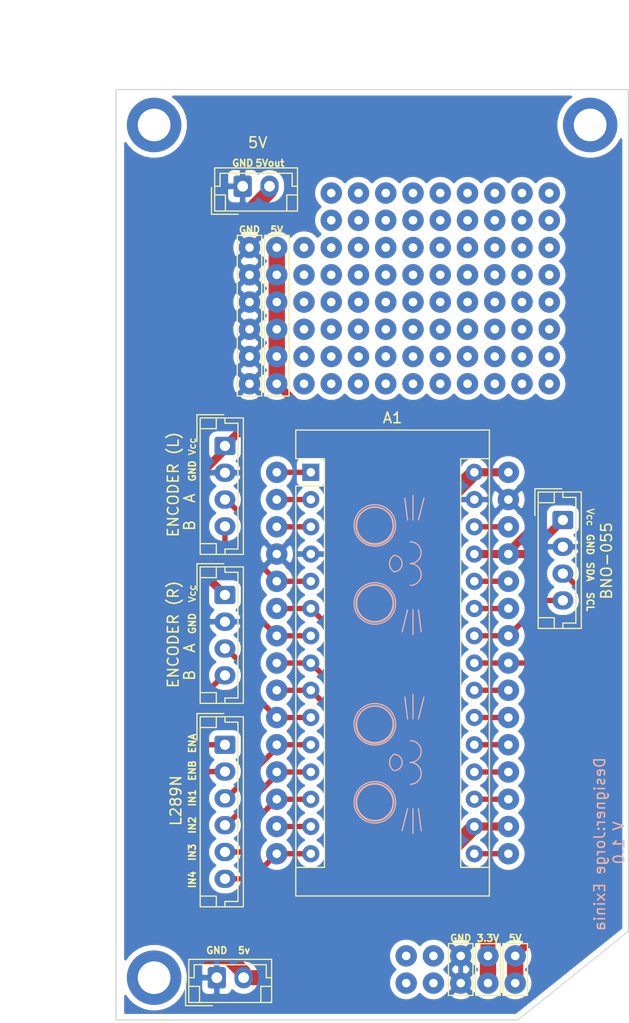
<source format=kicad_pcb>
(kicad_pcb (version 20171130) (host pcbnew "(5.1.4)-1")
  (layers (0 F.Cu signal) (31 B.Cu signal hide) (34 B.Paste user hide) (35 F.Paste user hide) (36 B.SilkS user) (37 F.SilkS user hide) (38 B.Mask user) (39 F.Mask user) (44 Edge.Cuts user))
  (net 0 "")
  (net 1 "Net-(A1-Pad16)")
  (net 2 "Net-(A1-Pad15)")
  (net 3 "Net-(A1-Pad30)")
  (net 4 "Net-(A1-Pad14)")
  (net 5 "Net-(A1-Pad13)")
  (net 6 "Net-(A1-Pad28)")
  (net 7 "Net-(A1-Pad12)")
  (net 8 "Net-(A1-Pad27)")
  (net 9 "Net-(A1-Pad11)")
  (net 10 "Net-(A1-Pad26)")
  (net 11 "Net-(A1-Pad10)")
  (net 12 "Net-(A1-Pad25)")
  (net 13 "Net-(A1-Pad9)")
  (net 14 "Net-(A1-Pad24)")
  (net 15 "Net-(A1-Pad8)")
  (net 16 "Net-(A1-Pad23)")
  (net 17 "Net-(A1-Pad7)")
  (net 18 "Net-(A1-Pad22)")
  (net 19 "Net-(A1-Pad6)")
  (net 20 "Net-(A1-Pad21)")
  (net 21 "Net-(A1-Pad5)")
  (net 22 "Net-(A1-Pad20)")
  (net 23 GND)
  (net 24 "Net-(A1-Pad19)")
  (net 25 "Net-(A1-Pad3)")
  (net 26 "Net-(A1-Pad18)")
  (net 27 "Net-(A1-Pad2)")
  (net 28 "Net-(A1-Pad17)")
  (net 29 "Net-(A1-Pad1)")
  (module Connector_Wire:SolderWirePad_1x01_Drill0.8mm (layer F.Cu) (at 140.97 86.995 90)
    (fp_text reference PAD hide)
    (fp_text value PAD hide)
    (pad 1 thru_hole circle (at 0 0 90) (size 1.99898 1.99898) (drill 0.8001) (layers *.Cu *.Mask) (net 17 "Net-(A1-Pad7)"))
  )
  (module Connector_JST:JST_EH_B4B-EH-A_1x04_P2.50mm_Vertical (layer F.Cu) (at 136.144 83.185 270)
    (fp_text reference "ENCODER (R)" (at 3.683 4.826 90) (layer F.SilkS))
    (fp_text value Conn_01x04_Male)
    (pad 4 thru_hole oval (at 7.5 0 270) (size 1.7 1.95) (drill 0.95) (layers *.Cu *.Mask) (net 19 "Net-(A1-Pad6)"))
    (pad 3 thru_hole oval (at 5 0 270) (size 1.7 1.95) (drill 0.95) (layers *.Cu *.Mask) (net 11 "Net-(A1-Pad10)"))
    (pad 2 thru_hole oval (at 2.5 0 270) (size 1.7 1.95) (drill 0.95) (layers *.Cu *.Mask) (net 23 GND))
    (pad 1 thru_hole roundrect (at 0 0 270) (size 1.7 1.95) (drill 0.95) (layers *.Cu *.Mask) (roundrect_rratio 0.147059) (net 8 "Net-(A1-Pad27)"))
  )
  (module Module:Arduino_Nano (layer F.Cu) (at 144.145 71.755)
    (fp_text reference A1 (at 7.62 -5.08) (layer F.SilkS))
    (fp_text value Arduino_Nano_v3.x)
    (pad 16 thru_hole oval (at 15.24 35.56) (size 1.6 1.6) (drill 0.8) (layers *.Cu *.Mask) (net 1 "Net-(A1-Pad16)"))
    (pad 15 thru_hole oval (at 0 35.56) (size 1.6 1.6) (drill 0.8) (layers *.Cu *.Mask) (net 2 "Net-(A1-Pad15)"))
    (pad 30 thru_hole oval (at 15.24 0) (size 1.6 1.6) (drill 0.8) (layers *.Cu *.Mask) (net 3 "Net-(A1-Pad30)"))
    (pad 14 thru_hole oval (at 0 33.02) (size 1.6 1.6) (drill 0.8) (layers *.Cu *.Mask) (net 4 "Net-(A1-Pad14)"))
    (pad 29 thru_hole oval (at 15.24 2.54) (size 1.6 1.6) (drill 0.8) (layers *.Cu *.Mask) (net 23 GND))
    (pad 13 thru_hole oval (at 0 30.48) (size 1.6 1.6) (drill 0.8) (layers *.Cu *.Mask) (net 5 "Net-(A1-Pad13)"))
    (pad 28 thru_hole oval (at 15.24 5.08) (size 1.6 1.6) (drill 0.8) (layers *.Cu *.Mask) (net 6 "Net-(A1-Pad28)"))
    (pad 12 thru_hole oval (at 0 27.94) (size 1.6 1.6) (drill 0.8) (layers *.Cu *.Mask) (net 7 "Net-(A1-Pad12)"))
    (pad 27 thru_hole oval (at 15.24 7.62) (size 1.6 1.6) (drill 0.8) (layers *.Cu *.Mask) (net 8 "Net-(A1-Pad27)"))
    (pad 11 thru_hole oval (at 0 25.4) (size 1.6 1.6) (drill 0.8) (layers *.Cu *.Mask) (net 9 "Net-(A1-Pad11)"))
    (pad 26 thru_hole oval (at 15.24 10.16) (size 1.6 1.6) (drill 0.8) (layers *.Cu *.Mask) (net 10 "Net-(A1-Pad26)"))
    (pad 10 thru_hole oval (at 0 22.86) (size 1.6 1.6) (drill 0.8) (layers *.Cu *.Mask) (net 11 "Net-(A1-Pad10)"))
    (pad 25 thru_hole oval (at 15.24 12.7) (size 1.6 1.6) (drill 0.8) (layers *.Cu *.Mask) (net 12 "Net-(A1-Pad25)"))
    (pad 9 thru_hole oval (at 0 20.32) (size 1.6 1.6) (drill 0.8) (layers *.Cu *.Mask) (net 13 "Net-(A1-Pad9)"))
    (pad 24 thru_hole oval (at 15.24 15.24) (size 1.6 1.6) (drill 0.8) (layers *.Cu *.Mask) (net 14 "Net-(A1-Pad24)"))
    (pad 8 thru_hole oval (at 0 17.78) (size 1.6 1.6) (drill 0.8) (layers *.Cu *.Mask) (net 15 "Net-(A1-Pad8)"))
    (pad 23 thru_hole oval (at 15.24 17.78) (size 1.6 1.6) (drill 0.8) (layers *.Cu *.Mask) (net 16 "Net-(A1-Pad23)"))
    (pad 7 thru_hole oval (at 0 15.24) (size 1.6 1.6) (drill 0.8) (layers *.Cu *.Mask) (net 17 "Net-(A1-Pad7)"))
    (pad 22 thru_hole oval (at 15.24 20.32) (size 1.6 1.6) (drill 0.8) (layers *.Cu *.Mask) (net 18 "Net-(A1-Pad22)"))
    (pad 6 thru_hole oval (at 0 12.7) (size 1.6 1.6) (drill 0.8) (layers *.Cu *.Mask) (net 19 "Net-(A1-Pad6)"))
    (pad 21 thru_hole oval (at 15.24 22.86) (size 1.6 1.6) (drill 0.8) (layers *.Cu *.Mask) (net 20 "Net-(A1-Pad21)"))
    (pad 5 thru_hole oval (at 0 10.16) (size 1.6 1.6) (drill 0.8) (layers *.Cu *.Mask) (net 21 "Net-(A1-Pad5)"))
    (pad 20 thru_hole oval (at 15.24 25.4) (size 1.6 1.6) (drill 0.8) (layers *.Cu *.Mask) (net 22 "Net-(A1-Pad20)"))
    (pad 4 thru_hole oval (at 0 7.62) (size 1.6 1.6) (drill 0.8) (layers *.Cu *.Mask) (net 23 GND))
    (pad 19 thru_hole oval (at 15.24 27.94) (size 1.6 1.6) (drill 0.8) (layers *.Cu *.Mask) (net 24 "Net-(A1-Pad19)"))
    (pad 3 thru_hole oval (at 0 5.08) (size 1.6 1.6) (drill 0.8) (layers *.Cu *.Mask) (net 25 "Net-(A1-Pad3)"))
    (pad 18 thru_hole oval (at 15.24 30.48) (size 1.6 1.6) (drill 0.8) (layers *.Cu *.Mask) (net 26 "Net-(A1-Pad18)"))
    (pad 2 thru_hole oval (at 0 2.54) (size 1.6 1.6) (drill 0.8) (layers *.Cu *.Mask) (net 27 "Net-(A1-Pad2)"))
    (pad 17 thru_hole oval (at 15.24 33.02) (size 1.6 1.6) (drill 0.8) (layers *.Cu *.Mask) (net 28 "Net-(A1-Pad17)"))
    (pad 1 thru_hole rect (at 0 0) (size 1.6 1.6) (drill 0.8) (layers *.Cu *.Mask) (net 29 "Net-(A1-Pad1)"))
  )
  (module Connector_Wire:SolderWirePad_1x01_Drill0.8mm (layer F.Cu) (at 166.37 55.88 90)
    (fp_text reference PAD hide)
    (fp_text value PAD hide)
    (pad 1 thru_hole circle (at 0 0 90) (size 1.99898 1.99898) (drill 0.8001) (layers *.Cu *.Mask))
  )
  (module Connector_Wire:SolderWirePad_1x01_Drill0.8mm (layer F.Cu) (at 161.29 60.96 90)
    (fp_text reference PAD hide)
    (fp_text value PAD hide)
    (pad 1 thru_hole circle (at 0 0 90) (size 1.99898 1.99898) (drill 0.8001) (layers *.Cu *.Mask))
  )
  (module Connector_Wire:SolderWirePad_1x01_Drill0.8mm (layer F.Cu) (at 161.29 55.88 90)
    (fp_text reference PAD hide)
    (fp_text value PAD hide)
    (pad 1 thru_hole circle (at 0 0 90) (size 1.99898 1.99898) (drill 0.8001) (layers *.Cu *.Mask))
  )
  (module Connector_Wire:SolderWirePad_1x01_Drill0.8mm (layer F.Cu) (at 161.29 48.26 90)
    (fp_text reference PAD hide)
    (fp_text value PAD hide)
    (pad 1 thru_hole circle (at 0 0 90) (size 1.99898 1.99898) (drill 0.8001) (layers *.Cu *.Mask))
  )
  (module Connector_Wire:SolderWirePad_1x01_Drill0.8mm (layer F.Cu) (at 158.75 45.72 90)
    (fp_text reference PAD hide)
    (fp_text value PAD hide)
    (pad 1 thru_hole circle (at 0 0 90) (size 1.99898 1.99898) (drill 0.8001) (layers *.Cu *.Mask))
  )
  (module Connector_Wire:SolderWirePad_1x01_Drill0.8mm (layer F.Cu) (at 156.21 45.72 90)
    (fp_text reference PAD hide)
    (fp_text value PAD hide)
    (pad 1 thru_hole circle (at 0 0 90) (size 1.99898 1.99898) (drill 0.8001) (layers *.Cu *.Mask))
  )
  (module Connector_Wire:SolderWirePad_1x01_Drill0.8mm (layer F.Cu) (at 153.67 45.72 90)
    (fp_text reference PAD hide)
    (fp_text value PAD hide)
    (pad 1 thru_hole circle (at 0 0 90) (size 1.99898 1.99898) (drill 0.8001) (layers *.Cu *.Mask))
  )
  (module Connector_Wire:SolderWirePad_1x01_Drill0.8mm (layer F.Cu) (at 151.13 45.72 90)
    (fp_text reference PAD hide)
    (fp_text value PAD hide)
    (pad 1 thru_hole circle (at 0 0 90) (size 1.99898 1.99898) (drill 0.8001) (layers *.Cu *.Mask))
  )
  (module Connector_Wire:SolderWirePad_1x01_Drill0.8mm (layer F.Cu) (at 163.83 53.34 90)
    (fp_text reference PAD hide)
    (fp_text value PAD hide)
    (pad 1 thru_hole circle (at 0 0 90) (size 1.99898 1.99898) (drill 0.8001) (layers *.Cu *.Mask))
  )
  (module Connector_Wire:SolderWirePad_1x01_Drill0.8mm (layer F.Cu) (at 166.37 48.26 90)
    (fp_text reference PAD hide)
    (fp_text value PAD hide)
    (pad 1 thru_hole circle (at 0 0 90) (size 1.99898 1.99898) (drill 0.8001) (layers *.Cu *.Mask))
  )
  (module Connector_Wire:SolderWirePad_1x01_Drill0.8mm (layer F.Cu) (at 166.37 53.34 90)
    (fp_text reference PAD hide)
    (fp_text value PAD hide)
    (pad 1 thru_hole circle (at 0 0 90) (size 1.99898 1.99898) (drill 0.8001) (layers *.Cu *.Mask))
  )
  (module Connector_Wire:SolderWirePad_1x01_Drill0.8mm (layer F.Cu) (at 163.83 63.5 90)
    (fp_text reference PAD hide)
    (fp_text value PAD hide)
    (pad 1 thru_hole circle (at 0 0 90) (size 1.99898 1.99898) (drill 0.8001) (layers *.Cu *.Mask))
  )
  (module Connector_Wire:SolderWirePad_1x01_Drill0.8mm (layer F.Cu) (at 163.83 60.96 90)
    (fp_text reference PAD hide)
    (fp_text value PAD hide)
    (pad 1 thru_hole circle (at 0 0 90) (size 1.99898 1.99898) (drill 0.8001) (layers *.Cu *.Mask))
  )
  (module Connector_Wire:SolderWirePad_1x01_Drill0.8mm (layer F.Cu) (at 163.83 55.88 90)
    (fp_text reference PAD hide)
    (fp_text value PAD hide)
    (pad 1 thru_hole circle (at 0 0 90) (size 1.99898 1.99898) (drill 0.8001) (layers *.Cu *.Mask))
  )
  (module Connector_Wire:SolderWirePad_1x01_Drill0.8mm (layer F.Cu) (at 163.83 50.8 90)
    (fp_text reference PAD hide)
    (fp_text value PAD hide)
    (pad 1 thru_hole circle (at 0 0 90) (size 1.99898 1.99898) (drill 0.8001) (layers *.Cu *.Mask))
  )
  (module Connector_Wire:SolderWirePad_1x01_Drill0.8mm (layer F.Cu) (at 163.83 45.72 90)
    (fp_text reference PAD hide)
    (fp_text value PAD hide)
    (pad 1 thru_hole circle (at 0 0 90) (size 1.99898 1.99898) (drill 0.8001) (layers *.Cu *.Mask))
  )
  (module Connector_Wire:SolderWirePad_1x01_Drill0.8mm (layer F.Cu) (at 166.37 60.96 90)
    (fp_text reference PAD hide)
    (fp_text value PAD hide)
    (pad 1 thru_hole circle (at 0 0 90) (size 1.99898 1.99898) (drill 0.8001) (layers *.Cu *.Mask))
  )
  (module Connector_Wire:SolderWirePad_1x01_Drill0.8mm (layer F.Cu) (at 166.37 58.42 90)
    (fp_text reference PAD hide)
    (fp_text value PAD hide)
    (pad 1 thru_hole circle (at 0 0 90) (size 1.99898 1.99898) (drill 0.8001) (layers *.Cu *.Mask))
  )
  (module Connector_Wire:SolderWirePad_1x01_Drill0.8mm (layer F.Cu) (at 166.37 50.8 90)
    (fp_text reference PAD hide)
    (fp_text value PAD hide)
    (pad 1 thru_hole circle (at 0 0 90) (size 1.99898 1.99898) (drill 0.8001) (layers *.Cu *.Mask))
  )
  (module Connector_Wire:SolderWirePad_1x01_Drill0.8mm (layer F.Cu) (at 166.37 63.5 90)
    (fp_text reference PAD hide)
    (fp_text value PAD hide)
    (pad 1 thru_hole circle (at 0 0 90) (size 1.99898 1.99898) (drill 0.8001) (layers *.Cu *.Mask))
  )
  (module Connector_Wire:SolderWirePad_1x01_Drill0.8mm (layer F.Cu) (at 166.37 45.72 90)
    (fp_text reference PAD hide)
    (fp_text value PAD hide)
    (pad 1 thru_hole circle (at 0 0 90) (size 1.99898 1.99898) (drill 0.8001) (layers *.Cu *.Mask))
  )
  (module Connector_Wire:SolderWirePad_1x01_Drill0.8mm (layer F.Cu) (at 163.83 58.42 90)
    (fp_text reference PAD hide)
    (fp_text value PAD hide)
    (pad 1 thru_hole circle (at 0 0 90) (size 1.99898 1.99898) (drill 0.8001) (layers *.Cu *.Mask))
  )
  (module Connector_Wire:SolderWirePad_1x01_Drill0.8mm (layer F.Cu) (at 163.83 48.26 90)
    (fp_text reference PAD hide)
    (fp_text value PAD hide)
    (pad 1 thru_hole circle (at 0 0 90) (size 1.99898 1.99898) (drill 0.8001) (layers *.Cu *.Mask))
  )
  (module Connector_Wire:SolderWirePad_1x01_Drill0.8mm (layer F.Cu) (at 161.29 63.5 90)
    (fp_text reference PAD hide)
    (fp_text value PAD hide)
    (pad 1 thru_hole circle (at 0 0 90) (size 1.99898 1.99898) (drill 0.8001) (layers *.Cu *.Mask))
  )
  (module Connector_Wire:SolderWirePad_1x01_Drill0.8mm (layer F.Cu) (at 161.29 58.42 90)
    (fp_text reference PAD hide)
    (fp_text value PAD hide)
    (pad 1 thru_hole circle (at 0 0 90) (size 1.99898 1.99898) (drill 0.8001) (layers *.Cu *.Mask))
  )
  (module Connector_Wire:SolderWirePad_1x01_Drill0.8mm (layer F.Cu) (at 161.29 53.34 90)
    (fp_text reference PAD hide)
    (fp_text value PAD hide)
    (pad 1 thru_hole circle (at 0 0 90) (size 1.99898 1.99898) (drill 0.8001) (layers *.Cu *.Mask))
  )
  (module Connector_Wire:SolderWirePad_1x01_Drill0.8mm (layer F.Cu) (at 161.29 50.8 90)
    (fp_text reference PAD hide)
    (fp_text value PAD hide)
    (pad 1 thru_hole circle (at 0 0 90) (size 1.99898 1.99898) (drill 0.8001) (layers *.Cu *.Mask))
  )
  (module Connector_Wire:SolderWirePad_1x01_Drill0.8mm (layer F.Cu) (at 161.29 45.72 90)
    (fp_text reference PAD hide)
    (fp_text value PAD hide)
    (pad 1 thru_hole circle (at 0 0 90) (size 1.99898 1.99898) (drill 0.8001) (layers *.Cu *.Mask))
  )
  (module Connector_Wire:SolderWirePad_1x01_Drill0.8mm (layer F.Cu) (at 158.75 48.26 90)
    (fp_text reference PAD hide)
    (fp_text value PAD hide)
    (pad 1 thru_hole circle (at 0 0 90) (size 1.99898 1.99898) (drill 0.8001) (layers *.Cu *.Mask))
  )
  (module Connector_Wire:SolderWirePad_1x01_Drill0.8mm (layer F.Cu) (at 156.21 48.26 90)
    (fp_text reference PAD hide)
    (fp_text value PAD hide)
    (pad 1 thru_hole circle (at 0 0 90) (size 1.99898 1.99898) (drill 0.8001) (layers *.Cu *.Mask))
  )
  (module Connector_Wire:SolderWirePad_1x01_Drill0.8mm (layer F.Cu) (at 153.67 48.26 90)
    (fp_text reference PAD hide)
    (fp_text value PAD hide)
    (pad 1 thru_hole circle (at 0 0 90) (size 1.99898 1.99898) (drill 0.8001) (layers *.Cu *.Mask))
  )
  (module Connector_Wire:SolderWirePad_1x01_Drill0.8mm (layer F.Cu) (at 151.13 48.26 90)
    (fp_text reference PAD hide)
    (fp_text value PAD hide)
    (pad 1 thru_hole circle (at 0 0 90) (size 1.99898 1.99898) (drill 0.8001) (layers *.Cu *.Mask))
  )
  (module Connector_Wire:SolderWirePad_1x01_Drill0.8mm (layer F.Cu) (at 148.59 45.72 90)
    (fp_text reference PAD hide)
    (fp_text value PAD hide)
    (pad 1 thru_hole circle (at 0 0 90) (size 1.99898 1.99898) (drill 0.8001) (layers *.Cu *.Mask))
  )
  (module Connector_Wire:SolderWirePad_1x01_Drill0.8mm (layer F.Cu) (at 146.05 48.26 90)
    (fp_text reference PAD hide)
    (fp_text value PAD hide)
    (pad 1 thru_hole circle (at 0 0 90) (size 1.99898 1.99898) (drill 0.8001) (layers *.Cu *.Mask))
  )
  (module Connector_Wire:SolderWirePad_1x01_Drill0.8mm (layer F.Cu) (at 146.05 45.72 90)
    (fp_text reference PAD hide)
    (fp_text value PAD hide)
    (pad 1 thru_hole circle (at 0 0 90) (size 1.99898 1.99898) (drill 0.8001) (layers *.Cu *.Mask))
  )
  (module Connector_Wire:SolderWirePad_1x01_Drill0.8mm (layer F.Cu) (at 158.75 63.5 90)
    (fp_text reference PAD hide)
    (fp_text value PAD hide)
    (pad 1 thru_hole circle (at 0 0 90) (size 1.99898 1.99898) (drill 0.8001) (layers *.Cu *.Mask))
  )
  (module Connector_Wire:SolderWirePad_1x01_Drill0.8mm (layer F.Cu) (at 158.75 53.34 90)
    (fp_text reference PAD hide)
    (fp_text value PAD hide)
    (pad 1 thru_hole circle (at 0 0 90) (size 1.99898 1.99898) (drill 0.8001) (layers *.Cu *.Mask))
  )
  (module Connector_Wire:SolderWirePad_1x01_Drill0.8mm (layer F.Cu) (at 158.75 50.8 90)
    (fp_text reference PAD hide)
    (fp_text value PAD hide)
    (pad 1 thru_hole circle (at 0 0 90) (size 1.99898 1.99898) (drill 0.8001) (layers *.Cu *.Mask))
  )
  (module Connector_Wire:SolderWirePad_1x01_Drill0.8mm (layer F.Cu) (at 156.21 63.5 90)
    (fp_text reference PAD hide)
    (fp_text value PAD hide)
    (pad 1 thru_hole circle (at 0 0 90) (size 1.99898 1.99898) (drill 0.8001) (layers *.Cu *.Mask))
  )
  (module Connector_Wire:SolderWirePad_1x01_Drill0.8mm (layer F.Cu) (at 148.59 48.26 90)
    (fp_text reference PAD hide)
    (fp_text value PAD hide)
    (pad 1 thru_hole circle (at 0 0 90) (size 1.99898 1.99898) (drill 0.8001) (layers *.Cu *.Mask))
  )
  (module Connector_Wire:SolderWirePad_1x01_Drill0.8mm (layer F.Cu) (at 156.21 60.96 90)
    (fp_text reference PAD hide)
    (fp_text value PAD hide)
    (pad 1 thru_hole circle (at 0 0 90) (size 1.99898 1.99898) (drill 0.8001) (layers *.Cu *.Mask))
  )
  (module Connector_Wire:SolderWirePad_1x01_Drill0.8mm (layer F.Cu) (at 156.21 58.42 90)
    (fp_text reference PAD hide)
    (fp_text value PAD hide)
    (pad 1 thru_hole circle (at 0 0 90) (size 1.99898 1.99898) (drill 0.8001) (layers *.Cu *.Mask))
  )
  (module Connector_Wire:SolderWirePad_1x01_Drill0.8mm (layer F.Cu) (at 156.21 55.88 90)
    (fp_text reference PAD hide)
    (fp_text value PAD hide)
    (pad 1 thru_hole circle (at 0 0 90) (size 1.99898 1.99898) (drill 0.8001) (layers *.Cu *.Mask))
  )
  (module Connector_Wire:SolderWirePad_1x01_Drill0.8mm (layer F.Cu) (at 156.21 53.34 90)
    (fp_text reference PAD hide)
    (fp_text value PAD hide)
    (pad 1 thru_hole circle (at 0 0 90) (size 1.99898 1.99898) (drill 0.8001) (layers *.Cu *.Mask))
  )
  (module Connector_Wire:SolderWirePad_1x01_Drill0.8mm (layer F.Cu) (at 158.75 55.88 90)
    (fp_text reference PAD hide)
    (fp_text value PAD hide)
    (pad 1 thru_hole circle (at 0 0 90) (size 1.99898 1.99898) (drill 0.8001) (layers *.Cu *.Mask))
  )
  (module Connector_Wire:SolderWirePad_1x01_Drill0.8mm (layer F.Cu) (at 158.75 58.42 90)
    (fp_text reference PAD hide)
    (fp_text value PAD hide)
    (pad 1 thru_hole circle (at 0 0 90) (size 1.99898 1.99898) (drill 0.8001) (layers *.Cu *.Mask))
  )
  (module Connector_Wire:SolderWirePad_1x01_Drill0.8mm (layer F.Cu) (at 156.21 50.8 90)
    (fp_text reference PAD hide)
    (fp_text value PAD hide)
    (pad 1 thru_hole circle (at 0 0 90) (size 1.99898 1.99898) (drill 0.8001) (layers *.Cu *.Mask))
  )
  (module Connector_Wire:SolderWirePad_1x01_Drill0.8mm (layer F.Cu) (at 158.75 60.96 90)
    (fp_text reference PAD hide)
    (fp_text value PAD hide)
    (pad 1 thru_hole circle (at 0 0 90) (size 1.99898 1.99898) (drill 0.8001) (layers *.Cu *.Mask))
  )
  (module Connector_Wire:SolderWirePad_1x01_Drill0.8mm (layer F.Cu) (at 148.59 50.8 90)
    (fp_text reference PAD hide)
    (fp_text value PAD hide)
    (pad 1 thru_hole circle (at 0 0 90) (size 1.99898 1.99898) (drill 0.8001) (layers *.Cu *.Mask))
  )
  (module Connector_Wire:SolderWirePad_1x01_Drill0.8mm (layer F.Cu) (at 153.67 60.96 90)
    (fp_text reference PAD hide)
    (fp_text value PAD hide)
    (pad 1 thru_hole circle (at 0 0 90) (size 1.99898 1.99898) (drill 0.8001) (layers *.Cu *.Mask))
  )
  (module Connector_Wire:SolderWirePad_1x01_Drill0.8mm (layer F.Cu) (at 146.05 63.5 90)
    (fp_text reference PAD hide)
    (fp_text value PAD hide)
    (pad 1 thru_hole circle (at 0 0 90) (size 1.99898 1.99898) (drill 0.8001) (layers *.Cu *.Mask))
  )
  (module Connector_Wire:SolderWirePad_1x01_Drill0.8mm (layer F.Cu) (at 146.05 60.96 90)
    (fp_text reference PAD hide)
    (fp_text value PAD hide)
    (pad 1 thru_hole circle (at 0 0 90) (size 1.99898 1.99898) (drill 0.8001) (layers *.Cu *.Mask))
  )
  (module Connector_Wire:SolderWirePad_1x01_Drill0.8mm (layer F.Cu) (at 146.05 53.34 90)
    (fp_text reference PAD hide)
    (fp_text value PAD hide)
    (pad 1 thru_hole circle (at 0 0 90) (size 1.99898 1.99898) (drill 0.8001) (layers *.Cu *.Mask))
  )
  (module Connector_Wire:SolderWirePad_1x01_Drill0.8mm (layer F.Cu) (at 146.05 55.88 90)
    (fp_text reference PAD hide)
    (fp_text value PAD hide)
    (pad 1 thru_hole circle (at 0 0 90) (size 1.99898 1.99898) (drill 0.8001) (layers *.Cu *.Mask))
  )
  (module Connector_Wire:SolderWirePad_1x01_Drill0.8mm (layer F.Cu) (at 151.13 50.8 90)
    (fp_text reference PAD hide)
    (fp_text value PAD hide)
    (pad 1 thru_hole circle (at 0 0 90) (size 1.99898 1.99898) (drill 0.8001) (layers *.Cu *.Mask))
  )
  (module Connector_Wire:SolderWirePad_1x01_Drill0.8mm (layer F.Cu) (at 146.05 50.8 90)
    (fp_text reference PAD hide)
    (fp_text value PAD hide)
    (pad 1 thru_hole circle (at 0 0 90) (size 1.99898 1.99898) (drill 0.8001) (layers *.Cu *.Mask))
  )
  (module Connector_Wire:SolderWirePad_1x01_Drill0.8mm (layer F.Cu) (at 143.51 60.96 90)
    (fp_text reference PAD hide)
    (fp_text value PAD hide)
    (pad 1 thru_hole circle (at 0 0 90) (size 1.99898 1.99898) (drill 0.8001) (layers *.Cu *.Mask))
  )
  (module Connector_Wire:SolderWirePad_1x01_Drill0.8mm (layer F.Cu) (at 143.51 50.8 90)
    (fp_text reference PAD hide)
    (fp_text value PAD hide)
    (pad 1 thru_hole circle (at 0 0 90) (size 1.99898 1.99898) (drill 0.8001) (layers *.Cu *.Mask))
  )
  (module Connector_Wire:SolderWirePad_1x01_Drill0.8mm (layer F.Cu) (at 153.67 63.5 90)
    (fp_text reference PAD hide)
    (fp_text value PAD hide)
    (pad 1 thru_hole circle (at 0 0 90) (size 1.99898 1.99898) (drill 0.8001) (layers *.Cu *.Mask))
  )
  (module Connector_Wire:SolderWirePad_1x01_Drill0.8mm (layer F.Cu) (at 153.67 50.8 90)
    (fp_text reference PAD hide)
    (fp_text value PAD hide)
    (pad 1 thru_hole circle (at 0 0 90) (size 1.99898 1.99898) (drill 0.8001) (layers *.Cu *.Mask))
  )
  (module Connector_Wire:SolderWirePad_1x01_Drill0.8mm (layer F.Cu) (at 151.13 60.96 90)
    (fp_text reference PAD hide)
    (fp_text value PAD hide)
    (pad 1 thru_hole circle (at 0 0 90) (size 1.99898 1.99898) (drill 0.8001) (layers *.Cu *.Mask))
  )
  (module Connector_Wire:SolderWirePad_1x01_Drill0.8mm (layer F.Cu) (at 153.67 58.42 90)
    (fp_text reference PAD hide)
    (fp_text value PAD hide)
    (pad 1 thru_hole circle (at 0 0 90) (size 1.99898 1.99898) (drill 0.8001) (layers *.Cu *.Mask))
  )
  (module Connector_Wire:SolderWirePad_1x01_Drill0.8mm (layer F.Cu) (at 153.67 55.88 90)
    (fp_text reference PAD hide)
    (fp_text value PAD hide)
    (pad 1 thru_hole circle (at 0 0 90) (size 1.99898 1.99898) (drill 0.8001) (layers *.Cu *.Mask))
  )
  (module Connector_Wire:SolderWirePad_1x01_Drill0.8mm (layer F.Cu) (at 153.67 53.34 90)
    (fp_text reference PAD hide)
    (fp_text value PAD hide)
    (pad 1 thru_hole circle (at 0 0 90) (size 1.99898 1.99898) (drill 0.8001) (layers *.Cu *.Mask))
  )
  (module Connector_Wire:SolderWirePad_1x01_Drill0.8mm (layer F.Cu) (at 151.13 63.5 90)
    (fp_text reference PAD hide)
    (fp_text value PAD hide)
    (pad 1 thru_hole circle (at 0 0 90) (size 1.99898 1.99898) (drill 0.8001) (layers *.Cu *.Mask))
  )
  (module Connector_Wire:SolderWirePad_1x01_Drill0.8mm (layer F.Cu) (at 151.13 55.88 90)
    (fp_text reference PAD hide)
    (fp_text value PAD hide)
    (pad 1 thru_hole circle (at 0 0 90) (size 1.99898 1.99898) (drill 0.8001) (layers *.Cu *.Mask))
  )
  (module Connector_Wire:SolderWirePad_1x01_Drill0.8mm (layer F.Cu) (at 151.13 53.34 90)
    (fp_text reference PAD hide)
    (fp_text value PAD hide)
    (pad 1 thru_hole circle (at 0 0 90) (size 1.99898 1.99898) (drill 0.8001) (layers *.Cu *.Mask))
  )
  (module Connector_Wire:SolderWirePad_1x01_Drill0.8mm (layer F.Cu) (at 148.59 58.42 90)
    (fp_text reference PAD hide)
    (fp_text value PAD hide)
    (pad 1 thru_hole circle (at 0 0 90) (size 1.99898 1.99898) (drill 0.8001) (layers *.Cu *.Mask))
  )
  (module Connector_Wire:SolderWirePad_1x01_Drill0.8mm (layer F.Cu) (at 148.59 55.88 90)
    (fp_text reference PAD hide)
    (fp_text value PAD hide)
    (pad 1 thru_hole circle (at 0 0 90) (size 1.99898 1.99898) (drill 0.8001) (layers *.Cu *.Mask))
  )
  (module Connector_Wire:SolderWirePad_1x01_Drill0.8mm (layer F.Cu) (at 148.59 53.34 90)
    (fp_text reference PAD hide)
    (fp_text value PAD hide)
    (pad 1 thru_hole circle (at 0 0 90) (size 1.99898 1.99898) (drill 0.8001) (layers *.Cu *.Mask))
  )
  (module Connector_Wire:SolderWirePad_1x01_Drill0.8mm (layer F.Cu) (at 148.59 60.96 90)
    (fp_text reference PAD hide)
    (fp_text value PAD hide)
    (pad 1 thru_hole circle (at 0 0 90) (size 1.99898 1.99898) (drill 0.8001) (layers *.Cu *.Mask))
  )
  (module Connector_Wire:SolderWirePad_1x01_Drill0.8mm (layer F.Cu) (at 143.51 63.5 90)
    (fp_text reference PAD hide)
    (fp_text value PAD hide)
    (pad 1 thru_hole circle (at 0 0 90) (size 1.99898 1.99898) (drill 0.8001) (layers *.Cu *.Mask))
  )
  (module Connector_Wire:SolderWirePad_1x01_Drill0.8mm (layer F.Cu) (at 146.05 58.42 90)
    (fp_text reference PAD hide)
    (fp_text value PAD hide)
    (pad 1 thru_hole circle (at 0 0 90) (size 1.99898 1.99898) (drill 0.8001) (layers *.Cu *.Mask))
  )
  (module Connector_Wire:SolderWirePad_1x01_Drill0.8mm (layer F.Cu) (at 143.51 58.42 90)
    (fp_text reference PAD hide)
    (fp_text value PAD hide)
    (pad 1 thru_hole circle (at 0 0 90) (size 1.99898 1.99898) (drill 0.8001) (layers *.Cu *.Mask))
  )
  (module Connector_Wire:SolderWirePad_1x01_Drill0.8mm (layer F.Cu) (at 151.13 58.42 90)
    (fp_text reference PAD hide)
    (fp_text value PAD hide)
    (pad 1 thru_hole circle (at 0 0 90) (size 1.99898 1.99898) (drill 0.8001) (layers *.Cu *.Mask))
  )
  (module Connector_Wire:SolderWirePad_1x01_Drill0.8mm (layer F.Cu) (at 148.59 63.5 90)
    (fp_text reference PAD hide)
    (fp_text value PAD hide)
    (pad 1 thru_hole circle (at 0 0 90) (size 1.99898 1.99898) (drill 0.8001) (layers *.Cu *.Mask))
  )
  (module Connector_Wire:SolderWirePad_1x01_Drill0.8mm (layer F.Cu) (at 143.51 55.88 90)
    (fp_text reference PAD hide)
    (fp_text value PAD hide)
    (pad 1 thru_hole circle (at 0 0 90) (size 1.99898 1.99898) (drill 0.8001) (layers *.Cu *.Mask))
  )
  (module Connector_Wire:SolderWirePad_1x01_Drill0.8mm (layer F.Cu) (at 143.51 53.34 90)
    (fp_text reference PAD hide)
    (fp_text value PAD hide)
    (pad 1 thru_hole circle (at 0 0 90) (size 1.99898 1.99898) (drill 0.8001) (layers *.Cu *.Mask))
  )
  (module Connector_Wire:SolderWirePad_1x01_Drill0.8mm (layer F.Cu) (at 140.97 50.8 90)
    (fp_text reference PAD hide)
    (fp_text value PAD hide)
    (pad 1 thru_hole circle (at 0 0 90) (size 1.99898 1.99898) (drill 0.8001) (layers *.Cu *.Mask) (net 8 "Net-(A1-Pad27)"))
  )
  (module Connector_Wire:SolderWirePad_1x01_Drill0.8mm (layer F.Cu) (at 140.97 53.34 90)
    (fp_text reference PAD hide)
    (fp_text value PAD hide)
    (pad 1 thru_hole circle (at 0 0 90) (size 1.99898 1.99898) (drill 0.8001) (layers *.Cu *.Mask) (net 8 "Net-(A1-Pad27)"))
  )
  (module Connector_Wire:SolderWirePad_1x01_Drill0.8mm (layer F.Cu) (at 138.43 63.5 90)
    (fp_text reference PAD hide)
    (fp_text value PAD hide)
    (pad 1 thru_hole circle (at 0 0 90) (size 1.99898 1.99898) (drill 0.8001) (layers *.Cu *.Mask) (net 23 GND))
  )
  (module Connector_Wire:SolderWirePad_1x01_Drill0.8mm (layer F.Cu) (at 138.43 60.96 90)
    (fp_text reference PAD hide)
    (fp_text value PAD hide)
    (pad 1 thru_hole circle (at 0 0 90) (size 1.99898 1.99898) (drill 0.8001) (layers *.Cu *.Mask) (net 23 GND))
  )
  (module Connector_Wire:SolderWirePad_1x01_Drill0.8mm (layer F.Cu) (at 138.43 58.42 90)
    (fp_text reference PAD hide)
    (fp_text value PAD hide)
    (pad 1 thru_hole circle (at 0 0 90) (size 1.99898 1.99898) (drill 0.8001) (layers *.Cu *.Mask) (net 23 GND))
  )
  (module Connector_Wire:SolderWirePad_1x01_Drill0.8mm (layer F.Cu) (at 140.97 60.96 90)
    (fp_text reference PAD hide)
    (fp_text value PAD hide)
    (pad 1 thru_hole circle (at 0 0 90) (size 1.99898 1.99898) (drill 0.8001) (layers *.Cu *.Mask) (net 8 "Net-(A1-Pad27)"))
  )
  (module Connector_Wire:SolderWirePad_1x01_Drill0.8mm (layer F.Cu) (at 140.97 58.42 90)
    (fp_text reference PAD hide)
    (fp_text value PAD hide)
    (pad 1 thru_hole circle (at 0 0 90) (size 1.99898 1.99898) (drill 0.8001) (layers *.Cu *.Mask) (net 8 "Net-(A1-Pad27)"))
  )
  (module Connector_Wire:SolderWirePad_1x01_Drill0.8mm (layer F.Cu) (at 140.97 55.88 90)
    (fp_text reference PAD hide)
    (fp_text value PAD hide)
    (pad 1 thru_hole circle (at 0 0 90) (size 1.99898 1.99898) (drill 0.8001) (layers *.Cu *.Mask) (net 8 "Net-(A1-Pad27)"))
  )
  (module Connector_Wire:SolderWirePad_1x01_Drill0.8mm (layer F.Cu) (at 140.97 63.5 90)
    (fp_text reference PAD hide)
    (fp_text value PAD hide)
    (pad 1 thru_hole circle (at 0 0 90) (size 1.99898 1.99898) (drill 0.8001) (layers *.Cu *.Mask) (net 8 "Net-(A1-Pad27)"))
  )
  (module Connector_Wire:SolderWirePad_1x01_Drill0.8mm (layer F.Cu) (at 138.43 50.8 90)
    (fp_text reference PAD hide)
    (fp_text value PAD hide)
    (pad 1 thru_hole circle (at 0 0 90) (size 1.99898 1.99898) (drill 0.8001) (layers *.Cu *.Mask) (net 23 GND))
  )
  (module Connector_Wire:SolderWirePad_1x01_Drill0.8mm (layer F.Cu) (at 138.43 53.34 90)
    (fp_text reference PAD hide)
    (fp_text value PAD hide)
    (pad 1 thru_hole circle (at 0 0 90) (size 1.99898 1.99898) (drill 0.8001) (layers *.Cu *.Mask) (net 23 GND))
  )
  (module Connector_Wire:SolderWirePad_1x01_Drill0.8mm (layer F.Cu) (at 138.43 55.88 90)
    (fp_text reference PAD hide)
    (fp_text value PAD hide)
    (pad 1 thru_hole circle (at 0 0 90) (size 1.99898 1.99898) (drill 0.8001) (layers *.Cu *.Mask) (net 23 GND))
  )
  (module Connector_JST:JST_EH_B6B-EH-A_1x06_P2.50mm_Vertical (layer F.Cu) (at 136.144 97.155 270)
    (fp_text reference L289N (at 5.207 4.572 90) (layer F.SilkS))
    (fp_text value Conn_01x06_Male)
    (pad 6 thru_hole oval (at 12.5 0 270) (size 1.7 1.95) (drill 0.95) (layers *.Cu *.Mask) (net 2 "Net-(A1-Pad15)"))
    (pad 5 thru_hole oval (at 10 0 270) (size 1.7 1.95) (drill 0.95) (layers *.Cu *.Mask) (net 5 "Net-(A1-Pad13)"))
    (pad 4 thru_hole oval (at 7.5 0 270) (size 1.7 1.95) (drill 0.95) (layers *.Cu *.Mask) (net 7 "Net-(A1-Pad12)"))
    (pad 3 thru_hole oval (at 5 0 270) (size 1.7 1.95) (drill 0.95) (layers *.Cu *.Mask) (net 9 "Net-(A1-Pad11)"))
    (pad 2 thru_hole oval (at 2.5 0 270) (size 1.7 1.95) (drill 0.95) (layers *.Cu *.Mask) (net 13 "Net-(A1-Pad9)"))
    (pad 1 thru_hole roundrect (at 0 0 270) (size 1.7 1.95) (drill 0.95) (layers *.Cu *.Mask) (roundrect_rratio 0.147059) (net 15 "Net-(A1-Pad8)"))
  )
  (module Connector_JST:JST_EH_B2B-EH-A_1x02_P2.50mm_Vertical (layer F.Cu) (at 135.382 118.872)
    (fp_text reference 5v (at 2.54 -2.54) (layer F.SilkS) (effects (font (size 0.635 0.635))))
    (fp_text value Conn_01x02_Male)
    (pad 2 thru_hole oval (at 2.5 0) (size 1.7 2) (drill 1) (layers *.Cu *.Mask) (net 3 "Net-(A1-Pad30)"))
    (pad 1 thru_hole roundrect (at 0 0) (size 1.7 2) (drill 1) (layers *.Cu *.Mask) (roundrect_rratio 0.147059) (net 23 GND))
  )
  (module Connector_Wire:SolderWirePad_1x01_Drill0.8mm (layer F.Cu) (at 162.56 89.535 90)
    (fp_text reference PAD hide)
    (fp_text value PAD hide)
    (pad 1 thru_hole circle (at 0 0 90) (size 1.99898 1.99898) (drill 0.8001) (layers *.Cu *.Mask) (net 16 "Net-(A1-Pad23)"))
  )
  (module Connector_JST:JST_EH_B4B-EH-A_1x04_P2.50mm_Vertical (layer F.Cu) (at 167.64 76.2 270)
    (fp_text reference BNO-055 (at 3.81 -4.064 270) (layer F.SilkS))
    (fp_text value Conn_01x04_Male)
    (pad 4 thru_hole oval (at 7.5 0 270) (size 1.7 1.95) (drill 0.95) (layers *.Cu *.Mask) (net 14 "Net-(A1-Pad24)"))
    (pad 3 thru_hole oval (at 5 0 270) (size 1.7 1.95) (drill 0.95) (layers *.Cu *.Mask) (net 16 "Net-(A1-Pad23)"))
    (pad 2 thru_hole oval (at 2.5 0 270) (size 1.7 1.95) (drill 0.95) (layers *.Cu *.Mask) (net 23 GND))
    (pad 1 thru_hole roundrect (at 0 0 270) (size 1.7 1.95) (drill 0.95) (layers *.Cu *.Mask) (roundrect_rratio 0.147059) (net 8 "Net-(A1-Pad27)"))
  )
  (module Connector_Wire:SolderWirePad_1x01_Drill0.8mm (layer F.Cu) (at 162.56 74.295 90)
    (fp_text reference PAD hide)
    (fp_text value PAD hide)
    (pad 1 thru_hole circle (at 0 0 90) (size 1.99898 1.99898) (drill 0.8001) (layers *.Cu *.Mask) (net 23 GND))
  )
  (module Connector_Wire:SolderWirePad_1x01_Drill0.8mm (layer F.Cu) (at 158.115 116.84 90)
    (fp_text reference PAD hide)
    (fp_text value PAD hide)
    (pad 1 thru_hole circle (at 0 0 90) (size 1.99898 1.99898) (drill 0.8001) (layers *.Cu *.Mask) (net 23 GND))
  )
  (module Connector_Wire:SolderWirePad_1x01_Drill0.8mm (layer F.Cu) (at 140.97 104.775 90)
    (fp_text reference PAD hide)
    (fp_text value PAD hide)
    (pad 1 thru_hole circle (at 0 0 90) (size 1.99898 1.99898) (drill 0.8001) (layers *.Cu *.Mask) (net 4 "Net-(A1-Pad14)"))
  )
  (module Connector_Wire:SolderWirePad_1x01_Drill0.8mm (layer F.Cu) (at 163.195 116.84 90)
    (fp_text reference PAD hide)
    (fp_text value PAD hide)
    (pad 1 thru_hole circle (at 0 0 90) (size 1.99898 1.99898) (drill 0.8001) (layers *.Cu *.Mask) (net 8 "Net-(A1-Pad27)"))
  )
  (module Connector_Wire:SolderWirePad_1x01_Drill0.8mm (layer F.Cu) (at 153.035 116.84 90)
    (fp_text reference PAD hide)
    (fp_text value PAD hide)
    (pad 1 thru_hole circle (at 0 0 90) (size 1.99898 1.99898) (drill 0.8001) (layers *.Cu *.Mask))
  )
  (module Connector_Wire:SolderWirePad_1x01_Drill0.8mm (layer F.Cu) (at 140.97 97.155 90)
    (fp_text reference PAD hide)
    (fp_text value PAD hide)
    (pad 1 thru_hole circle (at 0 0 90) (size 1.99898 1.99898) (drill 0.8001) (layers *.Cu *.Mask) (net 9 "Net-(A1-Pad11)"))
  )
  (module Connector_Wire:SolderWirePad_1x01_Drill0.8mm (layer F.Cu) (at 140.97 89.535 90)
    (fp_text reference PAD hide)
    (fp_text value PAD hide)
    (pad 1 thru_hole circle (at 0 0 90) (size 1.99898 1.99898) (drill 0.8001) (layers *.Cu *.Mask) (net 15 "Net-(A1-Pad8)"))
  )
  (module Connector_Wire:SolderWirePad_1x01_Drill0.8mm (layer F.Cu) (at 140.97 84.455 90)
    (fp_text reference PAD hide)
    (fp_text value PAD hide)
    (pad 1 thru_hole circle (at 0 0 90) (size 1.99898 1.99898) (drill 0.8001) (layers *.Cu *.Mask) (net 19 "Net-(A1-Pad6)"))
  )
  (module Connector_Wire:SolderWirePad_1x01_Drill0.8mm (layer F.Cu) (at 155.575 116.84 90)
    (fp_text reference PAD hide)
    (fp_text value PAD hide)
    (pad 1 thru_hole circle (at 0 0 90) (size 1.99898 1.99898) (drill 0.8001) (layers *.Cu *.Mask))
  )
  (module Connector_Wire:SolderWirePad_1x01_Drill0.8mm (layer F.Cu) (at 153.035 119.38 90)
    (fp_text reference PAD hide)
    (fp_text value PAD hide)
    (pad 1 thru_hole circle (at 0 0 90) (size 1.99898 1.99898) (drill 0.8001) (layers *.Cu *.Mask))
  )
  (module Connector_Wire:SolderWirePad_1x01_Drill0.8mm (layer F.Cu) (at 162.56 107.315 90)
    (fp_text reference PAD hide)
    (fp_text value PAD hide)
    (pad 1 thru_hole circle (at 0 0 90) (size 1.99898 1.99898) (drill 0.8001) (layers *.Cu *.Mask) (net 1 "Net-(A1-Pad16)"))
  )
  (module Connector_Wire:SolderWirePad_1x01_Drill0.8mm (layer F.Cu) (at 162.56 92.075 90)
    (fp_text reference PAD hide)
    (fp_text value PAD hide)
    (pad 1 thru_hole circle (at 0 0 90) (size 1.99898 1.99898) (drill 0.8001) (layers *.Cu *.Mask) (net 18 "Net-(A1-Pad22)"))
  )
  (module Connector_Wire:SolderWirePad_1x01_Drill0.8mm (layer F.Cu) (at 162.56 104.775 90)
    (fp_text reference PAD hide)
    (fp_text value PAD hide)
    (pad 1 thru_hole circle (at 0 0 90) (size 1.99898 1.99898) (drill 0.8001) (layers *.Cu *.Mask) (net 28 "Net-(A1-Pad17)"))
  )
  (module Connector_Wire:SolderWirePad_1x01_Drill0.8mm (layer F.Cu) (at 162.56 84.455 90)
    (fp_text reference PAD hide)
    (fp_text value PAD hide)
    (pad 1 thru_hole circle (at 0 0 90) (size 1.99898 1.99898) (drill 0.8001) (layers *.Cu *.Mask) (net 12 "Net-(A1-Pad25)"))
  )
  (module Connector_Wire:SolderWirePad_1x01_Drill0.8mm (layer F.Cu) (at 162.56 94.615 90)
    (fp_text reference PAD hide)
    (fp_text value PAD hide)
    (pad 1 thru_hole circle (at 0 0 90) (size 1.99898 1.99898) (drill 0.8001) (layers *.Cu *.Mask) (net 20 "Net-(A1-Pad21)"))
  )
  (module Connector_Wire:SolderWirePad_1x01_Drill0.8mm (layer F.Cu) (at 162.56 86.995 90)
    (fp_text reference PAD hide)
    (fp_text value PAD hide)
    (pad 1 thru_hole circle (at 0 0 90) (size 1.99898 1.99898) (drill 0.8001) (layers *.Cu *.Mask) (net 14 "Net-(A1-Pad24)"))
  )
  (module Connector_Wire:SolderWirePad_1x01_Drill0.8mm (layer F.Cu) (at 160.655 116.84 90)
    (fp_text reference PAD hide)
    (fp_text value PAD hide)
    (pad 1 thru_hole circle (at 0 0 90) (size 1.99898 1.99898) (drill 0.8001) (layers *.Cu *.Mask) (net 28 "Net-(A1-Pad17)"))
  )
  (module Connector_Wire:SolderWirePad_1x01_Drill0.8mm (layer F.Cu) (at 163.195 119.38 90)
    (fp_text reference PAD hide)
    (fp_text value PAD hide)
    (pad 1 thru_hole circle (at 0 0 90) (size 1.99898 1.99898) (drill 0.8001) (layers *.Cu *.Mask) (net 8 "Net-(A1-Pad27)"))
  )
  (module Connector_Wire:SolderWirePad_1x01_Drill0.8mm (layer F.Cu) (at 162.56 99.695 90)
    (fp_text reference PAD hide)
    (fp_text value PAD hide)
    (pad 1 thru_hole circle (at 0 0 90) (size 1.99898 1.99898) (drill 0.8001) (layers *.Cu *.Mask) (net 24 "Net-(A1-Pad19)"))
  )
  (module Connector_Wire:SolderWirePad_1x01_Drill0.8mm (layer F.Cu) (at 162.56 81.915 90)
    (fp_text reference PAD hide)
    (fp_text value PAD hide)
    (pad 1 thru_hole circle (at 0 0 90) (size 1.99898 1.99898) (drill 0.8001) (layers *.Cu *.Mask) (net 10 "Net-(A1-Pad26)"))
  )
  (module Connector_Wire:SolderWirePad_1x01_Drill0.8mm (layer F.Cu) (at 158.115 119.38 90)
    (fp_text reference PAD hide)
    (fp_text value PAD hide)
    (pad 1 thru_hole circle (at 0 0 90) (size 1.99898 1.99898) (drill 0.8001) (layers *.Cu *.Mask) (net 23 GND))
  )
  (module Connector_Wire:SolderWirePad_1x01_Drill0.8mm (layer F.Cu) (at 162.56 102.235 90)
    (fp_text reference PAD hide)
    (fp_text value PAD hide)
    (pad 1 thru_hole circle (at 0 0 90) (size 1.99898 1.99898) (drill 0.8001) (layers *.Cu *.Mask) (net 26 "Net-(A1-Pad18)"))
  )
  (module Connector_Wire:SolderWirePad_1x01_Drill0.8mm (layer F.Cu) (at 162.56 97.155 90)
    (fp_text reference PAD hide)
    (fp_text value PAD hide)
    (pad 1 thru_hole circle (at 0 0 90) (size 1.99898 1.99898) (drill 0.8001) (layers *.Cu *.Mask) (net 22 "Net-(A1-Pad20)"))
  )
  (module Connector_Wire:SolderWirePad_1x01_Drill0.8mm (layer F.Cu) (at 155.575 119.38 90)
    (fp_text reference PAD hide)
    (fp_text value PAD hide)
    (pad 1 thru_hole circle (at 0 0 90) (size 1.99898 1.99898) (drill 0.8001) (layers *.Cu *.Mask))
  )
  (module Connector_Wire:SolderWirePad_1x01_Drill0.8mm (layer F.Cu) (at 160.655 119.38 90)
    (fp_text reference PAD hide)
    (fp_text value PAD hide)
    (pad 1 thru_hole circle (at 0 0 90) (size 1.99898 1.99898) (drill 0.8001) (layers *.Cu *.Mask) (net 28 "Net-(A1-Pad17)"))
  )
  (module Connector_Wire:SolderWirePad_1x01_Drill0.8mm (layer F.Cu) (at 162.56 79.375 90)
    (fp_text reference PAD hide)
    (fp_text value PAD hide)
    (pad 1 thru_hole circle (at 0 0 90) (size 1.99898 1.99898) (drill 0.8001) (layers *.Cu *.Mask) (net 8 "Net-(A1-Pad27)"))
  )
  (module Connector_Wire:SolderWirePad_1x01_Drill0.8mm (layer F.Cu) (at 162.56 76.835 90)
    (fp_text reference PAD hide)
    (fp_text value PAD hide)
    (pad 1 thru_hole circle (at 0 0 90) (size 1.99898 1.99898) (drill 0.8001) (layers *.Cu *.Mask) (net 6 "Net-(A1-Pad28)"))
  )
  (module Connector_Wire:SolderWirePad_1x01_Drill0.8mm (layer F.Cu) (at 162.56 71.755 90)
    (fp_text reference PAD hide)
    (fp_text value PAD hide)
    (pad 1 thru_hole circle (at 0 0 90) (size 1.99898 1.99898) (drill 0.8001) (layers *.Cu *.Mask) (net 3 "Net-(A1-Pad30)"))
  )
  (module Connector_Wire:SolderWirePad_1x01_Drill0.8mm (layer F.Cu) (at 140.97 107.315 90)
    (fp_text reference PAD hide)
    (fp_text value PAD hide)
    (pad 1 thru_hole circle (at 0 0 90) (size 1.99898 1.99898) (drill 0.8001) (layers *.Cu *.Mask) (net 2 "Net-(A1-Pad15)"))
  )
  (module Connector_Wire:SolderWirePad_1x01_Drill0.8mm (layer F.Cu) (at 140.97 102.235 90)
    (fp_text reference PAD hide)
    (fp_text value PAD hide)
    (pad 1 thru_hole circle (at 0 0 90) (size 1.99898 1.99898) (drill 0.8001) (layers *.Cu *.Mask) (net 5 "Net-(A1-Pad13)"))
  )
  (module Connector_Wire:SolderWirePad_1x01_Drill0.8mm (layer F.Cu) (at 140.97 99.695 90)
    (fp_text reference PAD hide)
    (fp_text value PAD hide)
    (pad 1 thru_hole circle (at 0 0 90) (size 1.99898 1.99898) (drill 0.8001) (layers *.Cu *.Mask) (net 7 "Net-(A1-Pad12)"))
  )
  (module Connector_Wire:SolderWirePad_1x01_Drill0.8mm (layer F.Cu) (at 140.97 94.615 90)
    (fp_text reference PAD hide)
    (fp_text value PAD hide)
    (pad 1 thru_hole circle (at 0 0 90) (size 1.99898 1.99898) (drill 0.8001) (layers *.Cu *.Mask) (net 11 "Net-(A1-Pad10)"))
  )
  (module Connector_Wire:SolderWirePad_1x01_Drill0.8mm (layer F.Cu) (at 140.97 92.075 90)
    (fp_text reference PAD hide)
    (fp_text value PAD hide)
    (pad 1 thru_hole circle (at 0 0 90) (size 1.99898 1.99898) (drill 0.8001) (layers *.Cu *.Mask) (net 13 "Net-(A1-Pad9)"))
  )
  (module Connector_Wire:SolderWirePad_1x01_Drill0.8mm (layer F.Cu) (at 140.97 76.835 90)
    (fp_text reference PAD hide)
    (fp_text value PAD hide)
    (pad 1 thru_hole circle (at 0 0 90) (size 1.99898 1.99898) (drill 0.8001) (layers *.Cu *.Mask) (net 25 "Net-(A1-Pad3)"))
  )
  (module Connector_Wire:SolderWirePad_1x01_Drill0.8mm (layer F.Cu) (at 140.97 71.755 90)
    (fp_text reference PAD hide)
    (fp_text value PAD hide)
    (pad 1 thru_hole circle (at 0 0 90) (size 1.99898 1.99898) (drill 0.8001) (layers *.Cu *.Mask) (net 29 "Net-(A1-Pad1)"))
  )
  (module Connector_Wire:SolderWirePad_1x01_Drill0.8mm (layer F.Cu) (at 140.97 79.375 90)
    (fp_text reference PAD hide)
    (fp_text value PAD hide)
    (pad 1 thru_hole circle (at 0 0 90) (size 1.99898 1.99898) (drill 0.8001) (layers *.Cu *.Mask) (net 23 GND))
  )
  (module Connector_Wire:SolderWirePad_1x01_Drill0.8mm (layer F.Cu) (at 140.97 74.295 90)
    (fp_text reference PAD hide)
    (fp_text value PAD hide)
    (pad 1 thru_hole circle (at 0 0 90) (size 1.99898 1.99898) (drill 0.8001) (layers *.Cu *.Mask) (net 27 "Net-(A1-Pad2)"))
  )
  (module Connector_JST:JST_EH_B4B-EH-A_1x04_P2.50mm_Vertical (layer F.Cu) (at 136.144 69.295 270)
    (fp_text reference "ENCODER (L)" (at 3.603 4.826 90) (layer F.SilkS))
    (fp_text value Conn_01x04_Male)
    (pad 4 thru_hole oval (at 7.5 0 270) (size 1.7 1.95) (drill 0.95) (layers *.Cu *.Mask) (net 17 "Net-(A1-Pad7)"))
    (pad 3 thru_hole oval (at 5 0 270) (size 1.7 1.95) (drill 0.95) (layers *.Cu *.Mask) (net 21 "Net-(A1-Pad5)"))
    (pad 2 thru_hole oval (at 2.5 0 270) (size 1.7 1.95) (drill 0.95) (layers *.Cu *.Mask) (net 23 GND))
    (pad 1 thru_hole roundrect (at 0 0 270) (size 1.7 1.95) (drill 0.95) (layers *.Cu *.Mask) (roundrect_rratio 0.147) (net 8 "Net-(A1-Pad27)"))
  )
  (module Connector_Wire:SolderWirePad_1x01_Drill0.8mm (layer F.Cu) (at 140.97 81.915 90)
    (fp_text reference PAD hide)
    (fp_text value PAD hide)
    (pad 1 thru_hole circle (at 0 0 90) (size 1.99898 1.99898) (drill 0.8001) (layers *.Cu *.Mask) (net 21 "Net-(A1-Pad5)"))
  )
  (module Connector_JST:JST_EH_B2B-EH-A_1x02_P2.50mm_Vertical (layer F.Cu) (at 137.795 45.085)
    (fp_text reference 5V (at 1.397 -4.064) (layer F.SilkS))
    (fp_text value Conn_01x02_Male)
    (pad 2 thru_hole oval (at 2.5 0) (size 1.7 2) (drill 1) (layers *.Cu *.Mask) (net 3 "Net-(A1-Pad30)"))
    (pad 1 thru_hole roundrect (at 0 0) (size 1.7 2) (drill 1) (layers *.Cu *.Mask) (roundrect_rratio 0.147059) (net 23 GND))
  )
  (gr_text "V 1.0" (at 172.847 106.299 90) (layer B.SilkS) (effects (font (size 1 1)) (justify mirror)))
  (gr_text "Designer:Jorge Exinia" (at 171.069 106.426 90) (layer B.SilkS) (effects (font (size 1 1)) (justify mirror)))
  (gr_text GND (at 137.795 42.926) (layer F.SilkS) (effects (font (size 0.635 0.635))))
  (gr_text 5Vout (at 140.335 42.926) (layer F.SilkS) (effects (font (size 0.635 0.635))))
  (gr_text SCL (at 170.18 83.82 270) (layer F.SilkS) (effects (font (size 0.635 0.635))))
  (gr_text SDA (at 170.18 81.026 270) (layer F.SilkS) (effects (font (size 0.635 0.635))))
  (gr_text B (at 132.842 76.708 90) (layer F.SilkS) (effects (font (size 1 1))))
  (gr_text A (at 132.842 74.168 90) (layer F.SilkS) (effects (font (size 1 1))))
  (gr_text B (at 132.842 90.678 90) (layer F.SilkS) (effects (font (size 1 1))))
  (gr_text A (at 132.842 88.138 90) (layer F.SilkS) (effects (font (size 1 1))))
  (gr_text IN4 (at 133.096 109.728 90) (layer F.SilkS) (effects (font (size 0.635 0.635))))
  (gr_text IN3 (at 133.096 107.188 90) (layer F.SilkS) (effects (font (size 0.635 0.635))))
  (gr_text IN2 (at 133.096 104.648 90) (layer F.SilkS) (effects (font (size 0.635 0.635))))
  (gr_text IN1 (at 133.096 102.108 90) (layer F.SilkS) (effects (font (size 0.635 0.635))))
  (gr_text ENB (at 133.096 99.568 90) (layer F.SilkS) (effects (font (size 0.635 0.635))))
  (gr_text ENA (at 133.096 97.028 90) (layer F.SilkS) (effects (font (size 0.635 0.635))))
  (gr_text "Vcc\n" (at 133.096 83.058 90) (layer F.SilkS) (effects (font (size 0.635 0.635) (thickness 0.125))))
  (gr_text "Vcc\n" (at 133.096 69.342 90) (layer F.SilkS) (effects (font (size 0.635 0.635) (thickness 0.125))))
  (gr_text "Vcc\n" (at 170.18 75.946 270) (layer F.SilkS) (effects (font (size 0.635 0.635) (thickness 0.125))))
  (gr_text GND (at 170.18 78.486 270) (layer F.SilkS) (effects (font (size 0.635 0.635))))
  (gr_text GND (at 135.382 116.332) (layer F.SilkS) (effects (font (size 0.635 0.635))))
  (gr_text GND (at 133.096 85.852 90) (layer F.SilkS) (effects (font (size 0.635 0.635))))
  (gr_text GND (at 133.096 71.628 90) (layer F.SilkS) (effects (font (size 0.635 0.635))))
  (gr_arc (start 152.4 80.264) (end 151.892001 79.502001) (angle -112.6198649) (layer B.SilkS) (width 0.12))
  (gr_arc (start 151.892 80.264) (end 151.892 81.026) (angle -180) (layer B.SilkS) (width 0.12))
  (gr_circle (center 150.114 83.976406) (end 149.352 82.198406) (layer B.SilkS) (width 0.12))
  (gr_circle (center 150.114 83.976406) (end 149.86 82.296) (layer B.SilkS) (width 0.12))
  (gr_circle (center 150.114 83.976406) (end 149.098 82.55) (layer B.SilkS) (width 0.12))
  (gr_arc (start 153.416 79.248) (end 153.416 80.264) (angle -180) (layer B.SilkS) (width 0.12))
  (gr_circle (center 150.114 76.734747) (end 149.098 75.308341) (layer B.SilkS) (width 0.12))
  (gr_circle (center 150.114 76.708) (end 149.86 75.027594) (layer B.SilkS) (width 0.12))
  (gr_circle (center 150.114 76.708) (end 149.352 74.93) (layer B.SilkS) (width 0.12))
  (gr_arc (start 153.416 81.28) (end 153.416 82.296) (angle -180) (layer B.SilkS) (width 0.12))
  (gr_line (start 154.178 76.2) (end 154.686 74.168) (layer B.SilkS) (width 0.12))
  (gr_line (start 153.67 84.582) (end 153.67 86.868) (layer B.SilkS) (width 0.12))
  (gr_line (start 153.162 76.2) (end 152.908 74.168) (layer B.SilkS) (width 0.12))
  (gr_line (start 154.178 84.582) (end 154.432 86.614) (layer B.SilkS) (width 0.12))
  (gr_line (start 153.67 76.2) (end 153.67 73.914) (layer B.SilkS) (width 0.12))
  (gr_line (start 153.162 84.582) (end 152.654 86.614) (layer B.SilkS) (width 0.12))
  (gr_line (start 154.178 103.124) (end 154.432 105.156) (layer B.SilkS) (width 0.12))
  (gr_line (start 153.67 103.124) (end 153.67 105.41) (layer B.SilkS) (width 0.12))
  (gr_line (start 153.162 103.124) (end 152.654 105.156) (layer B.SilkS) (width 0.12))
  (gr_circle (center 150.114 102.518406) (end 149.098 101.092) (layer B.SilkS) (width 0.12))
  (gr_line (start 153.162 94.742) (end 152.908 92.71) (layer B.SilkS) (width 0.12))
  (gr_circle (center 150.114 95.25) (end 149.86 93.569594) (layer B.SilkS) (width 0.12))
  (gr_circle (center 150.114 95.276747) (end 149.098 93.850341) (layer B.SilkS) (width 0.12))
  (gr_circle (center 150.114 95.25) (end 149.352 93.472) (layer B.SilkS) (width 0.12))
  (gr_line (start 154.178 94.742) (end 154.686 92.71) (layer B.SilkS) (width 0.12))
  (gr_line (start 153.67 94.742) (end 153.67 92.456) (layer B.SilkS) (width 0.12))
  (gr_arc (start 153.416 97.79) (end 153.416 98.806) (angle -180) (layer B.SilkS) (width 0.12))
  (gr_arc (start 153.416 99.822) (end 153.416 100.838) (angle -180) (layer B.SilkS) (width 0.12))
  (gr_arc (start 152.4 98.806) (end 151.892001 98.044001) (angle -112.6198649) (layer B.SilkS) (width 0.12))
  (gr_arc (start 151.892 98.806) (end 151.892 99.568) (angle -180) (layer B.SilkS) (width 0.12))
  (gr_circle (center 150.114 102.518406) (end 149.86 100.838) (layer B.SilkS) (width 0.12))
  (gr_circle (center 150.114 102.518406) (end 149.352 100.740406) (layer B.SilkS) (width 0.12))
  (gr_line (start 125.984 36.068) (end 125.984 122.809) (layer Edge.Cuts) (width 0.1))
  (gr_line (start 173.736 36.068) (end 125.984 36.068) (layer Edge.Cuts) (width 0.1))
  (gr_line (start 173.736 114.554) (end 173.736 36.068) (layer Edge.Cuts) (width 0.1))
  (gr_line (start 163.449 122.809) (end 173.736 114.554) (layer Edge.Cuts) (width 0.1))
  (gr_line (start 125.984 122.809) (end 163.449 122.809) (layer Edge.Cuts) (width 0.1))
  (gr_text 3.3V (at 160.655 115.189) (layer F.SilkS) (effects (font (size 0.635 0.635))))
  (gr_line (start 156.972 115.697) (end 159.258 115.697) (layer F.SilkS) (width 0.12))
  (gr_line (start 156.972 120.523) (end 156.972 115.697) (layer F.SilkS) (width 0.12))
  (gr_line (start 159.258 120.523) (end 156.972 120.523) (layer F.SilkS) (width 0.12))
  (gr_line (start 159.258 115.697) (end 159.258 120.523) (layer F.SilkS) (width 0.12))
  (gr_text 5V (at 140.97 49.149) (layer F.SilkS) (effects (font (size 0.635 0.635))))
  (gr_text GND (at 138.43 49.149) (layer F.SilkS) (effects (font (size 0.635 0.635))))
  (gr_text 5V (at 163.195 115.189) (layer F.SilkS) (effects (font (size 0.635 0.635))))
  (gr_text GND (at 158.115 115.189) (layer F.SilkS) (effects (font (size 0.635 0.635))))
  (gr_line (start 159.512 120.523) (end 159.512 120.396) (layer F.SilkS) (width 0.12))
  (gr_line (start 161.798 120.523) (end 159.512 120.523) (layer F.SilkS) (width 0.12))
  (gr_line (start 159.512 115.697) (end 159.512 120.396) (layer F.SilkS) (width 0.12))
  (gr_line (start 161.798 115.697) (end 159.512 115.697) (layer F.SilkS) (width 0.12))
  (gr_line (start 161.798 120.523) (end 161.798 115.697) (layer F.SilkS) (width 0.12))
  (gr_line (start 162.052 115.697) (end 162.052 120.523) (layer F.SilkS) (width 0.12))
  (gr_line (start 164.338 115.697) (end 162.052 115.697) (layer F.SilkS) (width 0.12))
  (gr_line (start 164.338 120.523) (end 164.338 115.697) (layer F.SilkS) (width 0.12))
  (gr_line (start 162.052 120.523) (end 164.338 120.523) (layer F.SilkS) (width 0.12))
  (gr_line (start 142.113 49.657) (end 139.827 49.657) (layer F.SilkS) (width 0.12))
  (gr_line (start 142.113 49.784) (end 142.113 49.657) (layer F.SilkS) (width 0.12))
  (gr_line (start 142.113 64.643) (end 142.113 49.784) (layer F.SilkS) (width 0.12))
  (gr_line (start 141.986 64.643) (end 142.113 64.643) (layer F.SilkS) (width 0.12))
  (gr_line (start 139.827 64.643) (end 141.986 64.643) (layer F.SilkS) (width 0.12))
  (gr_line (start 139.827 49.657) (end 139.827 64.643) (layer F.SilkS) (width 0.12))
  (gr_line (start 139.573 64.643) (end 139.573 49.657) (layer F.SilkS) (width 0.12))
  (gr_line (start 137.287 64.643) (end 139.573 64.643) (layer F.SilkS) (width 0.12))
  (gr_line (start 137.287 49.657) (end 137.287 64.643) (layer F.SilkS) (width 0.12))
  (gr_line (start 139.573 49.657) (end 137.287 49.657) (layer F.SilkS) (width 0.12))
  (via (at 170.18 39.37) (size 5.08) (drill 3.048) (layers F.Cu B.Cu) (net 0))
  (via (at 129.54 39.37) (size 5.08) (drill 3.048) (layers F.Cu B.Cu) (net 0))
  (via (at 129.54 118.872) (size 5.08) (drill 3.048) (layers F.Cu B.Cu) (net 0))
  (segment (start 159.385 107.315) (end 162.56 107.315) (width 0.5) (layer F.Cu) (net 1))
  (segment (start 138.63 109.655) (end 140.97 107.315) (width 0.5) (layer F.Cu) (net 2))
  (segment (start 136.144 109.655) (end 138.63 109.655) (width 0.5) (layer F.Cu) (net 2))
  (segment (start 140.97 107.315) (end 144.145 107.315) (width 0.5) (layer F.Cu) (net 2))
  (segment (start 140.295 45.085) (end 140.295 44.935) (width 0.4572) (layer F.Cu) (net 3))
  (segment (start 140.295 45.085) (end 140.295 44.871) (width 1.397) (layer F.Cu) (net 3))
  (segment (start 140.295 45.085) (end 140.295 45.559242) (width 1.397) (layer F.Cu) (net 3))
  (segment (start 140.295 45.559242) (end 128.778 57.076242) (width 1.397) (layer F.Cu) (net 3))
  (segment (start 128.778 57.076242) (end 128.778 112.268) (width 1.397) (layer F.Cu) (net 3))
  (segment (start 137.882 118.397758) (end 137.882 118.872) (width 1.397) (layer F.Cu) (net 3))
  (segment (start 128.778 112.268) (end 133.48349 116.97349) (width 1.397) (layer F.Cu) (net 3))
  (segment (start 133.48349 116.97349) (end 136.457732 116.97349) (width 1.397) (layer F.Cu) (net 3))
  (segment (start 136.457732 116.97349) (end 137.882 118.397758) (width 1.397) (layer F.Cu) (net 3))
  (segment (start 155.194 75.946) (end 159.385 71.755) (width 1.397) (layer F.Cu) (net 3))
  (segment (start 137.882 118.872) (end 146.558 118.872) (width 1.397) (layer F.Cu) (net 3))
  (segment (start 154.2415 76.8985) (end 155.194 75.946) (width 1.397) (layer F.Cu) (net 3))
  (segment (start 154.2415 111.1885) (end 154.2415 76.8985) (width 1.397) (layer F.Cu) (net 3))
  (segment (start 146.558 118.872) (end 154.2415 111.1885) (width 1.397) (layer F.Cu) (net 3))
  (segment (start 162.56 71.755) (end 159.385 71.755) (width 0.762) (layer F.Cu) (net 3))
  (segment (start 140.97 104.775) (end 144.145 104.775) (width 0.5) (layer F.Cu) (net 4))
  (segment (start 137.619 107.155) (end 138.684 106.09) (width 0.5) (layer F.Cu) (net 5))
  (segment (start 136.144 107.155) (end 137.619 107.155) (width 0.5) (layer F.Cu) (net 5))
  (segment (start 138.684 104.521) (end 140.97 102.235) (width 0.5) (layer F.Cu) (net 5))
  (segment (start 138.684 106.09) (end 138.684 104.521) (width 0.5) (layer F.Cu) (net 5))
  (segment (start 140.97 102.235) (end 144.145 102.235) (width 0.5) (layer F.Cu) (net 5))
  (segment (start 159.385 76.835) (end 162.56 76.835) (width 0.5) (layer F.Cu) (net 6))
  (segment (start 140.97 99.954) (end 140.97 99.695) (width 0.5) (layer F.Cu) (net 7))
  (segment (start 136.269 104.655) (end 140.97 99.954) (width 0.5) (layer F.Cu) (net 7))
  (segment (start 136.144 104.655) (end 136.269 104.655) (width 0.5) (layer F.Cu) (net 7))
  (segment (start 140.97 99.695) (end 144.145 99.695) (width 0.5) (layer F.Cu) (net 7))
  (segment (start 140.97 63.5) (end 140.97 60.96) (width 1.524) (layer F.Cu) (net 8))
  (segment (start 140.97 58.42) (end 140.97 60.96) (width 1.524) (layer F.Cu) (net 8))
  (segment (start 140.97 58.42) (end 140.97 55.88) (width 1.524) (layer F.Cu) (net 8))
  (segment (start 140.97 55.88) (end 140.97 53.34) (width 1.524) (layer F.Cu) (net 8))
  (segment (start 140.97 53.34) (end 140.97 50.8) (width 1.524) (layer F.Cu) (net 8))
  (segment (start 163.195 116.84) (end 163.195 119.38) (width 1.524) (layer F.Cu) (net 8))
  (segment (start 164.465 79.375) (end 167.64 76.2) (width 0.762) (layer F.Cu) (net 8))
  (segment (start 162.56 79.375) (end 164.465 79.375) (width 0.762) (layer F.Cu) (net 8))
  (segment (start 162.56 79.174128) (end 165.608 76.126128) (width 0.762) (layer F.Cu) (net 8))
  (segment (start 162.56 79.375) (end 162.56 79.174128) (width 0.762) (layer F.Cu) (net 8))
  (segment (start 145.542 68.072) (end 140.97 63.5) (width 0.762) (layer F.Cu) (net 8))
  (segment (start 161.216128 68.072) (end 145.542 68.072) (width 0.762) (layer F.Cu) (net 8))
  (segment (start 137.367 68.072) (end 136.144 69.295) (width 0.762) (layer F.Cu) (net 8))
  (segment (start 145.542 68.072) (end 137.367 68.072) (width 0.762) (layer F.Cu) (net 8))
  (segment (start 136.144 69.646247) (end 132.588 73.202247) (width 0.762) (layer F.Cu) (net 8))
  (segment (start 136.144 69.295) (end 136.144 69.646247) (width 0.762) (layer F.Cu) (net 8))
  (segment (start 132.588 79.629) (end 136.144 83.185) (width 0.762) (layer F.Cu) (net 8))
  (segment (start 132.588 73.202247) (end 132.588 79.629) (width 0.762) (layer F.Cu) (net 8))
  (segment (start 163.195 116.84) (end 171.958 108.077) (width 0.762) (layer F.Cu) (net 8))
  (segment (start 165.608 76.126128) (end 165.608 69.596) (width 0.762) (layer F.Cu) (net 8))
  (segment (start 164.084 68.072) (end 161.216128 68.072) (width 0.762) (layer F.Cu) (net 8))
  (segment (start 165.608 69.596) (end 164.084 68.072) (width 0.762) (layer F.Cu) (net 8))
  (segment (start 171.958 75.946) (end 165.608 69.596) (width 0.762) (layer F.Cu) (net 8))
  (segment (start 171.958 108.077) (end 171.958 75.946) (width 0.762) (layer F.Cu) (net 8))
  (segment (start 159.385 79.375) (end 162.56 79.375) (width 0.762) (layer F.Cu) (net 8))
  (segment (start 140.97 97.454) (end 140.97 97.155) (width 0.5) (layer F.Cu) (net 9))
  (segment (start 136.269 102.155) (end 140.97 97.454) (width 0.5) (layer F.Cu) (net 9))
  (segment (start 136.144 102.155) (end 136.269 102.155) (width 0.5) (layer F.Cu) (net 9))
  (segment (start 140.97 97.155) (end 144.145 97.155) (width 0.5) (layer F.Cu) (net 9))
  (segment (start 159.385 81.915) (end 162.56 81.915) (width 0.5) (layer F.Cu) (net 10))
  (segment (start 136.269 88.185) (end 138.684 90.6) (width 0.5) (layer F.Cu) (net 11))
  (segment (start 136.144 88.185) (end 136.269 88.185) (width 0.5) (layer F.Cu) (net 11))
  (segment (start 138.684 92.329) (end 140.97 94.615) (width 0.5) (layer F.Cu) (net 11))
  (segment (start 138.684 90.6) (end 138.684 92.329) (width 0.5) (layer F.Cu) (net 11))
  (segment (start 140.97 94.615) (end 144.145 94.615) (width 0.5) (layer F.Cu) (net 11))
  (segment (start 159.385 84.455) (end 162.56 84.455) (width 0.5) (layer F.Cu) (net 12))
  (segment (start 136.144 99.655) (end 136.144 99.469966) (width 0.5) (layer F.Cu) (net 13))
  (segment (start 136.019 99.655) (end 136.144 99.655) (width 0.5) (layer F.Cu) (net 13))
  (segment (start 135.932 99.568) (end 136.019 99.655) (width 0.5) (layer F.Cu) (net 13))
  (segment (start 135.89 99.568) (end 135.932 99.568) (width 0.5) (layer F.Cu) (net 13))
  (segment (start 147.447 108.077) (end 147.447 95.377) (width 0.5) (layer F.Cu) (net 13))
  (segment (start 143.51 112.014) (end 147.447 108.077) (width 0.5) (layer F.Cu) (net 13))
  (segment (start 135.636 112.014) (end 143.51 112.014) (width 0.5) (layer F.Cu) (net 13))
  (segment (start 144.145 92.075) (end 147.447 95.377) (width 0.5) (layer F.Cu) (net 13))
  (segment (start 136.144 99.655) (end 134.669 99.655) (width 0.5) (layer F.Cu) (net 13))
  (segment (start 134.669 99.655) (end 133.35 100.974) (width 0.5) (layer F.Cu) (net 13))
  (segment (start 133.35 100.974) (end 133.35 109.728) (width 0.5) (layer F.Cu) (net 13))
  (segment (start 133.35 109.728) (end 135.636 112.014) (width 0.5) (layer F.Cu) (net 13))
  (segment (start 140.97 92.075) (end 144.145 92.075) (width 0.5) (layer F.Cu) (net 13))
  (segment (start 165.855 83.7) (end 162.56 86.995) (width 0.5) (layer F.Cu) (net 14))
  (segment (start 167.64 83.7) (end 165.855 83.7) (width 0.5) (layer F.Cu) (net 14))
  (segment (start 159.385 86.995) (end 162.56 86.995) (width 0.5) (layer F.Cu) (net 14))
  (segment (start 136.144 97.155) (end 134.239 97.155) (width 0.5) (layer F.Cu) (net 15))
  (segment (start 134.239 97.155) (end 131.826 99.568) (width 0.5) (layer F.Cu) (net 15))
  (segment (start 131.826 99.568) (end 131.826 110.49) (width 0.5) (layer F.Cu) (net 15))
  (segment (start 131.826 110.49) (end 134.874 113.538) (width 0.5) (layer F.Cu) (net 15))
  (segment (start 134.874 113.538) (end 144.78 113.538) (width 0.5) (layer F.Cu) (net 15))
  (segment (start 144.78 113.538) (end 149.352 108.966) (width 0.5) (layer F.Cu) (net 15))
  (segment (start 149.352 94.742) (end 144.145 89.535) (width 0.5) (layer F.Cu) (net 15))
  (segment (start 149.352 108.966) (end 149.352 94.742) (width 0.5) (layer F.Cu) (net 15))
  (segment (start 140.97 89.535) (end 144.145 89.535) (width 0.5) (layer F.Cu) (net 15))
  (segment (start 167.64 81.2) (end 167.64 81.766773) (width 0.4572) (layer F.Cu) (net 16))
  (segment (start 167.515 81.2) (end 167.64 81.2) (width 0.5) (layer F.Cu) (net 16))
  (segment (start 162.56 89.535) (end 167.513 89.535) (width 0.5) (layer F.Cu) (net 16))
  (segment (start 167.513 89.535) (end 170.18 86.868) (width 0.5) (layer F.Cu) (net 16))
  (segment (start 167.765 81.2) (end 167.64 81.2) (width 0.5) (layer F.Cu) (net 16))
  (segment (start 170.18 83.615) (end 167.765 81.2) (width 0.5) (layer F.Cu) (net 16))
  (segment (start 170.18 86.868) (end 170.18 83.615) (width 0.5) (layer F.Cu) (net 16))
  (segment (start 159.385 89.535) (end 162.56 89.535) (width 0.5) (layer F.Cu) (net 16))
  (segment (start 136.144 76.795) (end 136.144 79.756) (width 0.5) (layer F.Cu) (net 17))
  (segment (start 136.144 79.756) (end 138.684 82.296) (width 0.5) (layer F.Cu) (net 17))
  (segment (start 138.684 84.709) (end 140.97 86.995) (width 0.5) (layer F.Cu) (net 17))
  (segment (start 138.684 82.296) (end 138.684 84.709) (width 0.5) (layer F.Cu) (net 17))
  (segment (start 140.97 86.995) (end 144.145 86.995) (width 0.5) (layer F.Cu) (net 17))
  (segment (start 159.385 92.075) (end 162.56 92.075) (width 0.5) (layer F.Cu) (net 18))
  (segment (start 136.144 90.685) (end 136.269 90.685) (width 0.5) (layer F.Cu) (net 19))
  (segment (start 151.384 91.694) (end 144.145 84.455) (width 0.5) (layer F.Cu) (net 19))
  (segment (start 136.019 90.685) (end 130.556 96.148) (width 0.5) (layer F.Cu) (net 19))
  (segment (start 136.144 90.685) (end 136.019 90.685) (width 0.5) (layer F.Cu) (net 19))
  (segment (start 130.556 111.379) (end 134.747 115.57) (width 0.5) (layer F.Cu) (net 19))
  (segment (start 130.556 96.148) (end 130.556 111.379) (width 0.5) (layer F.Cu) (net 19))
  (segment (start 145.542 115.57) (end 151.384 109.728) (width 0.5) (layer F.Cu) (net 19))
  (segment (start 134.747 115.57) (end 145.542 115.57) (width 0.5) (layer F.Cu) (net 19))
  (segment (start 151.384 109.728) (end 151.384 91.694) (width 0.5) (layer F.Cu) (net 19))
  (segment (start 140.97 84.455) (end 144.145 84.455) (width 0.5) (layer F.Cu) (net 19))
  (segment (start 159.385 94.615) (end 162.56 94.615) (width 0.5) (layer F.Cu) (net 20))
  (segment (start 136.269 74.295) (end 138.43 76.456) (width 0.5) (layer F.Cu) (net 21))
  (segment (start 136.144 74.295) (end 136.269 74.295) (width 0.5) (layer F.Cu) (net 21))
  (segment (start 138.43 79.375) (end 140.97 81.915) (width 0.5) (layer F.Cu) (net 21))
  (segment (start 138.43 76.456) (end 138.43 79.375) (width 0.5) (layer F.Cu) (net 21))
  (segment (start 140.97 81.915) (end 144.145 81.915) (width 0.5) (layer F.Cu) (net 21))
  (segment (start 159.385 97.155) (end 162.56 97.155) (width 0.5) (layer F.Cu) (net 22))
  (segment (start 137.16 71.795) (end 137.035 71.795) (width 0.4572) (layer B.Cu) (net 23))
  (segment (start 166.965 78.7) (end 167.64 78.7) (width 0.4572) (layer B.Cu) (net 23))
  (segment (start 167.64 78.7) (end 167.765 78.7) (width 0.4572) (layer B.Cu) (net 23))
  (segment (start 137.16 85.685) (end 137.285 85.685) (width 0.4572) (layer B.Cu) (net 23))
  (segment (start 138.43 45.72) (end 137.795 45.085) (width 0.4572) (layer B.Cu) (net 23))
  (segment (start 158.115 116.84) (end 158.115 119.38) (width 0.4572) (layer B.Cu) (net 23))
  (segment (start 159.385 99.695) (end 162.56 99.695) (width 0.5) (layer F.Cu) (net 24))
  (segment (start 140.97 76.835) (end 144.145 76.835) (width 0.5) (layer F.Cu) (net 25))
  (segment (start 159.385 102.235) (end 162.56 102.235) (width 0.5) (layer F.Cu) (net 26))
  (segment (start 140.97 74.295) (end 144.145 74.295) (width 0.5) (layer F.Cu) (net 27))
  (segment (start 160.655 116.84) (end 160.655 119.38) (width 1.524) (layer F.Cu) (net 28))
  (segment (start 159.385 104.775) (end 156.972 107.188) (width 1.397) (layer F.Cu) (net 28))
  (segment (start 160.655 115.426508) (end 160.655 116.84) (width 1.397) (layer F.Cu) (net 28))
  (segment (start 156.972 107.188) (end 156.972 111.743508) (width 1.397) (layer F.Cu) (net 28))
  (segment (start 156.972 111.743508) (end 160.655 115.426508) (width 1.397) (layer F.Cu) (net 28))
  (segment (start 159.385 104.775) (end 162.56 104.775) (width 0.762) (layer F.Cu) (net 28))
  (segment (start 140.97 71.755) (end 144.145 71.755) (width 0.5) (layer F.Cu) (net 29))
  (zone (net 23) (net_name GND) (layer B.Cu) (connect_pads (clearance 0.508)) (min_thickness 0.254) (fill yes (arc_segments 32) (thermal_gap 0.508) (thermal_bridge_width 0.508))
    (polygon (pts (xy 132.842 121.92) (xy 163.322 121.92) (xy 170.942 114.3) (xy 170.942 42.672) (xy 133.35 42.672)))
  )
  (zone (net 23) (net_name GND) (layer B.Cu) (connect_pads (clearance 0.508)) (min_thickness 0.254) (fill yes (arc_segments 32) (thermal_gap 0.508) (thermal_bridge_width 0.508))
    (polygon (pts (xy 173.228 36.322) (xy 127 36.322) (xy 126.746 36.322) (xy 126.746 122.428) (xy 163.322 122.428) (xy 173.228 114.554) (xy 173.228 36.83)))
  )
)
</source>
